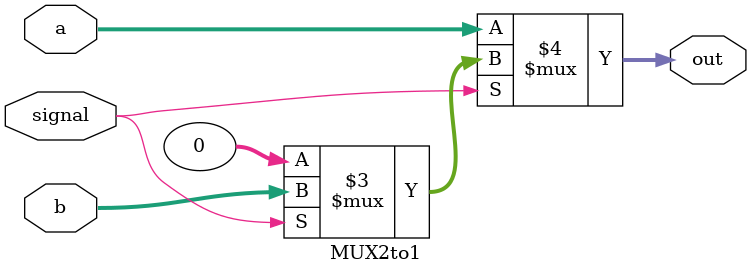
<source format=v>
module MUX2to1 (
    input [31:0] a,
    input [31:0] b,
    input signal,
    output [31:0] out
);

assign out = (signal == 1'b0) ? a :
             (signal == 1'b1) ? b :
             0;
             
endmodule
</source>
